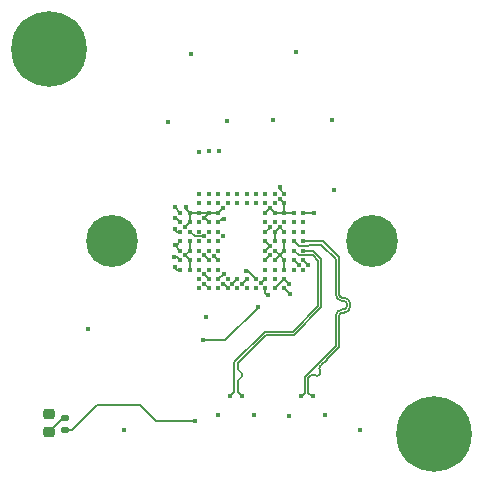
<source format=gbr>
%TF.GenerationSoftware,KiCad,Pcbnew,8.0.9*%
%TF.CreationDate,2025-03-13T22:53:30+08:00*%
%TF.ProjectId,Raspberry_pi_IMX662,52617370-6265-4727-9279-5f70695f494d,rev?*%
%TF.SameCoordinates,Original*%
%TF.FileFunction,Copper,L4,Bot*%
%TF.FilePolarity,Positive*%
%FSLAX46Y46*%
G04 Gerber Fmt 4.6, Leading zero omitted, Abs format (unit mm)*
G04 Created by KiCad (PCBNEW 8.0.9) date 2025-03-13 22:53:30*
%MOMM*%
%LPD*%
G01*
G04 APERTURE LIST*
G04 Aperture macros list*
%AMRoundRect*
0 Rectangle with rounded corners*
0 $1 Rounding radius*
0 $2 $3 $4 $5 $6 $7 $8 $9 X,Y pos of 4 corners*
0 Add a 4 corners polygon primitive as box body*
4,1,4,$2,$3,$4,$5,$6,$7,$8,$9,$2,$3,0*
0 Add four circle primitives for the rounded corners*
1,1,$1+$1,$2,$3*
1,1,$1+$1,$4,$5*
1,1,$1+$1,$6,$7*
1,1,$1+$1,$8,$9*
0 Add four rect primitives between the rounded corners*
20,1,$1+$1,$2,$3,$4,$5,0*
20,1,$1+$1,$4,$5,$6,$7,0*
20,1,$1+$1,$6,$7,$8,$9,0*
20,1,$1+$1,$8,$9,$2,$3,0*%
G04 Aperture macros list end*
%TA.AperFunction,ComponentPad*%
%ADD10C,6.400000*%
%TD*%
%TA.AperFunction,ComponentPad*%
%ADD11C,4.400000*%
%TD*%
%TA.AperFunction,SMDPad,CuDef*%
%ADD12RoundRect,0.135000X-0.185000X0.135000X-0.185000X-0.135000X0.185000X-0.135000X0.185000X0.135000X0*%
%TD*%
%TA.AperFunction,SMDPad,CuDef*%
%ADD13RoundRect,0.218750X-0.256250X0.218750X-0.256250X-0.218750X0.256250X-0.218750X0.256250X0.218750X0*%
%TD*%
%TA.AperFunction,SMDPad,CuDef*%
%ADD14C,0.400000*%
%TD*%
%TA.AperFunction,ViaPad*%
%ADD15C,0.450000*%
%TD*%
%TA.AperFunction,Conductor*%
%ADD16C,0.200000*%
%TD*%
%TA.AperFunction,Conductor*%
%ADD17C,0.156000*%
%TD*%
%TA.AperFunction,Conductor*%
%ADD18C,0.127000*%
%TD*%
G04 APERTURE END LIST*
D10*
%TO.P,H6,1,1*%
%TO.N,unconnected-(H6-Pad1)*%
X154900000Y-117350000D03*
%TD*%
D11*
%TO.P,H2,1,1*%
%TO.N,GND*%
X127600000Y-101050000D03*
%TD*%
%TO.P,H1,1,1*%
%TO.N,GND*%
X149600000Y-101050000D03*
%TD*%
D10*
%TO.P,H5,1,1*%
%TO.N,GND*%
X122300000Y-84750000D03*
%TD*%
D12*
%TO.P,R6,1*%
%TO.N,Net-(D1-A)*%
X123600000Y-115990000D03*
%TO.P,R6,2*%
%TO.N,LED*%
X123600000Y-117010000D03*
%TD*%
D13*
%TO.P,D1,1,K*%
%TO.N,GND*%
X122250000Y-115660000D03*
%TO.P,D1,2,A*%
%TO.N,Net-(D1-A)*%
X122250000Y-117235000D03*
%TD*%
D14*
%TO.P,U1,A3,VRHT*%
%TO.N,Net-(U1C-VRHT)*%
X133400000Y-98650000D03*
%TO.P,U1,A4,VDDHCM*%
%TO.N,3V3*%
X133400000Y-99450000D03*
%TO.P,U1,A5,VRLFR*%
%TO.N,Net-(U1C-VRLFR)*%
X133400000Y-100250000D03*
%TO.P,U1,A6,VDDHPX*%
%TO.N,3V3*%
X133400000Y-101050000D03*
%TO.P,U1,A7,VDDHCP*%
X133400000Y-101850000D03*
%TO.P,U1,A8,VDDHPX*%
X133400000Y-102650000D03*
%TO.P,U1,A9,VDDHDA*%
X133400000Y-103450000D03*
%TO.P,U1,B3,VSSHPX*%
%TO.N,GND*%
X134200000Y-98650000D03*
%TO.P,U1,B4,VSSHPX*%
X134200000Y-99450000D03*
%TO.P,U1,B5,VRLST*%
%TO.N,Net-(U1C-VRLST)*%
X134200000Y-100250000D03*
%TO.P,U1,B6,VSSHPX*%
%TO.N,GND*%
X134200000Y-101050000D03*
%TO.P,U1,B7,VSSHCP*%
X134200000Y-101850000D03*
%TO.P,U1,B8,VSSHPX*%
X134200000Y-102650000D03*
%TO.P,U1,B9,VSSHDA*%
X134200000Y-103450000D03*
%TO.P,U1,C1*%
%TO.N,N/C*%
X135000000Y-97050000D03*
%TO.P,U1,C2*%
X135000000Y-97850000D03*
%TO.P,U1,C3,VSSLSC*%
%TO.N,GND*%
X135000000Y-98650000D03*
%TO.P,U1,C4*%
%TO.N,N/C*%
X135000000Y-99450000D03*
%TO.P,U1,C5*%
X135000000Y-100250000D03*
%TO.P,U1,C6*%
X135000000Y-101050000D03*
%TO.P,U1,C7*%
X135000000Y-101850000D03*
%TO.P,U1,C8*%
X135000000Y-102650000D03*
%TO.P,U1,C9*%
X135000000Y-103450000D03*
%TO.P,U1,C10,TVMON*%
%TO.N,unconnected-(U1C-TVMON-PadC10)*%
X135000000Y-104250000D03*
%TO.P,U1,C11*%
%TO.N,N/C*%
X135000000Y-105050000D03*
%TO.P,U1,D1*%
X135800000Y-97050000D03*
%TO.P,U1,D2*%
X135800000Y-97850000D03*
%TO.P,U1,D3,VSSLSC*%
%TO.N,GND*%
X135800000Y-98650000D03*
%TO.P,U1,D4,VSSLSC*%
X135800000Y-99450000D03*
%TO.P,U1,D5*%
%TO.N,N/C*%
X135800000Y-100250000D03*
%TO.P,U1,D6*%
X135800000Y-101050000D03*
%TO.P,U1,D7*%
X135800000Y-101850000D03*
%TO.P,U1,D8,VSSLSC*%
%TO.N,GND*%
X135800000Y-102650000D03*
%TO.P,U1,D9*%
%TO.N,N/C*%
X135800000Y-103450000D03*
%TO.P,U1,D10,VSSLCN*%
%TO.N,GND*%
X135800000Y-104250000D03*
%TO.P,U1,D11,VDDLCN*%
%TO.N,1V2*%
X135800000Y-105050000D03*
%TO.P,U1,E1*%
%TO.N,N/C*%
X136600000Y-97050000D03*
%TO.P,U1,E2*%
X136600000Y-97850000D03*
%TO.P,U1,E3,VSSLSC*%
%TO.N,GND*%
X136600000Y-98650000D03*
%TO.P,U1,E4,VDDLSC*%
%TO.N,1V2*%
X136600000Y-99450000D03*
%TO.P,U1,E5*%
%TO.N,N/C*%
X136600000Y-100250000D03*
%TO.P,U1,E6*%
X136600000Y-101050000D03*
%TO.P,U1,E7*%
X136600000Y-101850000D03*
%TO.P,U1,E8,VDDLSC*%
%TO.N,1V2*%
X136600000Y-102650000D03*
%TO.P,U1,E9*%
%TO.N,N/C*%
X136600000Y-103450000D03*
%TO.P,U1,E10,VSSLSC*%
%TO.N,GND*%
X136600000Y-104250000D03*
%TO.P,U1,E11,TENABLE*%
%TO.N,unconnected-(U1C-TENABLE-PadE11)*%
X136600000Y-105050000D03*
%TO.P,U1,F1*%
%TO.N,N/C*%
X137400000Y-97050000D03*
%TO.P,U1,F2*%
X137400000Y-97850000D03*
%TO.P,U1,F10,TOUT1*%
%TO.N,unconnected-(U1C-TOUT1-PadF10)*%
X137400000Y-104250000D03*
%TO.P,U1,F11,XMASTER*%
%TO.N,Net-(U1C-XMASTER)*%
X137400000Y-105050000D03*
%TO.P,U1,G1*%
%TO.N,N/C*%
X138200000Y-97050000D03*
%TO.P,U1,G2*%
X138200000Y-97850000D03*
%TO.P,U1,G10,SCL*%
%TO.N,SCL_1V8*%
X138200000Y-104250000D03*
%TO.P,U1,G11*%
%TO.N,N/C*%
X138200000Y-105050000D03*
%TO.P,U1,H1*%
X139000000Y-97050000D03*
%TO.P,U1,H2*%
X139000000Y-97850000D03*
%TO.P,U1,H10,SDA*%
%TO.N,SDA_1V8*%
X139000000Y-104250000D03*
%TO.P,U1,H11,XVS*%
%TO.N,unconnected-(U1C-XVS-PadH11)*%
X139000000Y-105050000D03*
%TO.P,U1,J1*%
%TO.N,N/C*%
X139800000Y-97050000D03*
%TO.P,U1,J2*%
X139800000Y-97850000D03*
%TO.P,U1,J10,SLAMODE1*%
%TO.N,Net-(U1C-SLAMODE1)*%
X139800000Y-104250000D03*
%TO.P,U1,J11,TOUT0*%
%TO.N,unconnected-(U1C-TOUT0-PadJ11)*%
X139800000Y-105050000D03*
%TO.P,U1,K1*%
%TO.N,N/C*%
X140600000Y-97050000D03*
%TO.P,U1,K2*%
X140600000Y-97850000D03*
%TO.P,U1,K3,VSSLSC*%
%TO.N,GND*%
X140600000Y-98650000D03*
%TO.P,U1,K4*%
%TO.N,N/C*%
X140600000Y-99450000D03*
%TO.P,U1,K5,VDDLSC*%
%TO.N,1V2*%
X140600000Y-100250000D03*
%TO.P,U1,K6,VDDLIF*%
X140600000Y-101050000D03*
%TO.P,U1,K7,VDDLIF*%
X140600000Y-101850000D03*
%TO.P,U1,K8,VDDLSC*%
X140600000Y-102650000D03*
%TO.P,U1,K9*%
%TO.N,N/C*%
X140600000Y-103450000D03*
%TO.P,U1,K10,XCLR*%
%TO.N,Net-(U1C-XCLR)*%
X140600000Y-104250000D03*
%TO.P,U1,K11,SLAMODE0*%
%TO.N,Net-(U1C-SLAMODE0)*%
X140600000Y-105050000D03*
%TO.P,U1,L1*%
%TO.N,N/C*%
X141400000Y-97050000D03*
%TO.P,U1,L2*%
X141400000Y-97850000D03*
%TO.P,U1,L3,VSSLSC*%
%TO.N,GND*%
X141400000Y-98650000D03*
%TO.P,U1,L4*%
%TO.N,N/C*%
X141400000Y-99450000D03*
%TO.P,U1,L5,VSSLSC*%
%TO.N,GND*%
X141400000Y-100250000D03*
%TO.P,U1,L6,VSSLSC*%
X141400000Y-101050000D03*
%TO.P,U1,L7,VSSLSC*%
X141400000Y-101850000D03*
%TO.P,U1,L8,VSSLSC*%
X141400000Y-102650000D03*
%TO.P,U1,L9*%
%TO.N,N/C*%
X141400000Y-103450000D03*
%TO.P,U1,L10,XHS*%
%TO.N,unconnected-(U1C-XHS-PadL10)*%
X141400000Y-104250000D03*
%TO.P,U1,L11,VSSLSC*%
%TO.N,GND*%
X141400000Y-105050000D03*
%TO.P,U1,M1,VDDMIF*%
%TO.N,1V8*%
X142200000Y-97050000D03*
%TO.P,U1,M2,VSSLSC*%
%TO.N,GND*%
X142200000Y-97850000D03*
%TO.P,U1,M3,VSSLPL1*%
X142200000Y-98650000D03*
%TO.P,U1,M4*%
%TO.N,N/C*%
X142200000Y-99450000D03*
%TO.P,U1,M5,VSSLSC*%
%TO.N,GND*%
X142200000Y-100250000D03*
%TO.P,U1,M6,VSSLSC*%
X142200000Y-101050000D03*
%TO.P,U1,M7,VSSLSC*%
X142200000Y-101850000D03*
%TO.P,U1,M8,VSSLSC*%
X142200000Y-102650000D03*
%TO.P,U1,M9,VSSLSC*%
X142200000Y-103450000D03*
%TO.P,U1,M10,VSSLCN*%
X142200000Y-104250000D03*
%TO.P,U1,M11,VDDLCN*%
%TO.N,1V2*%
X142200000Y-105050000D03*
%TO.P,U1,N3,VSSLPL2*%
%TO.N,GND*%
X143000000Y-98650000D03*
%TO.P,U1,N4*%
%TO.N,N/C*%
X143000000Y-99450000D03*
%TO.P,U1,N5,DMO3P*%
%TO.N,unconnected-(U1B-DMO3P-PadN5)*%
X143000000Y-100250000D03*
%TO.P,U1,N6,DMO1P*%
%TO.N,DMO1P*%
X143000000Y-101050000D03*
%TO.P,U1,N7,DCKP*%
%TO.N,DCKP*%
X143000000Y-101850000D03*
%TO.P,U1,N8,DMO2P*%
%TO.N,DMO2P*%
X143000000Y-102650000D03*
%TO.P,U1,N9,DMO4P*%
%TO.N,unconnected-(U1B-DMO4P-PadN9)*%
X143000000Y-103450000D03*
%TO.P,U1,P3,INCK*%
%TO.N,Net-(U1C-INCK)*%
X143800000Y-98650000D03*
%TO.P,U1,P4*%
%TO.N,N/C*%
X143800000Y-99450000D03*
%TO.P,U1,P5,DMO3N*%
%TO.N,unconnected-(U1B-DMO3N-PadP5)*%
X143800000Y-100250000D03*
%TO.P,U1,P6,DMO1N*%
%TO.N,DMO1N*%
X143800000Y-101050000D03*
%TO.P,U1,P7,DCKN*%
%TO.N,DCKN*%
X143800000Y-101850000D03*
%TO.P,U1,P8,DMO2N*%
%TO.N,DMO2N*%
X143800000Y-102650000D03*
%TO.P,U1,P9,DMO4N*%
%TO.N,unconnected-(U1B-DMO4N-PadP9)*%
X143800000Y-103450000D03*
%TD*%
D15*
%TO.N,GND*%
X139600000Y-115800000D03*
X141800000Y-102250000D03*
X142600000Y-115850000D03*
X136975000Y-100650000D03*
X143174999Y-85021823D03*
X132325000Y-90950000D03*
X137375000Y-90900000D03*
X145600000Y-115800000D03*
X135387940Y-102241926D03*
X146275000Y-90800000D03*
X141000000Y-98250000D03*
X141806261Y-97444669D03*
X125575000Y-108450000D03*
X133803990Y-99854653D03*
X146400000Y-96750000D03*
X135550000Y-107500000D03*
X141800000Y-99850000D03*
X141225000Y-90800000D03*
X142600000Y-104650000D03*
X135406169Y-99054082D03*
X136600000Y-115750000D03*
X148590000Y-117000000D03*
X137000000Y-98250000D03*
X122250000Y-115660000D03*
X134337500Y-85162500D03*
X128610000Y-117000000D03*
X135400000Y-103850000D03*
X133850000Y-98150000D03*
X133800000Y-102250000D03*
X137050000Y-103800000D03*
%TO.N,1V2*%
X136700000Y-93450000D03*
X142700000Y-105550000D03*
X135800000Y-93450000D03*
X140987202Y-99847158D03*
X137100000Y-99150000D03*
X136250000Y-102300000D03*
X140999999Y-101449661D03*
X141000000Y-102250000D03*
X135404082Y-104661131D03*
X134950000Y-93500000D03*
%TO.N,1V8*%
X141800000Y-96500000D03*
%TO.N,3V3*%
X132900000Y-103250000D03*
X132850000Y-102350000D03*
X132900000Y-99100000D03*
X132900000Y-101350000D03*
%TO.N,Net-(U1C-VRLST)*%
X135400000Y-100650000D03*
%TO.N,Net-(U1C-VRLFR)*%
X132900000Y-100050000D03*
%TO.N,Net-(U1C-VRHT)*%
X132900000Y-98150000D03*
%TO.N,Net-(U1C-XMASTER)*%
X136996671Y-104646227D03*
%TO.N,Net-(U1C-SLAMODE1)*%
X138960000Y-103600000D03*
%TO.N,Net-(U1C-SLAMODE0)*%
X140850000Y-105650000D03*
%TO.N,SCL_1V8*%
X137795311Y-104654780D03*
%TO.N,DMO2N*%
X144200000Y-103050000D03*
%TO.N,XCLR_1V8*%
X135350000Y-109450000D03*
X139950000Y-106610000D03*
%TO.N,DMO1P*%
X143600000Y-114200000D03*
%TO.N,Net-(U1C-INCK)*%
X144750000Y-98650000D03*
%TO.N,DCKN*%
X138600000Y-114200000D03*
%TO.N,DCKP*%
X137600000Y-114200000D03*
%TO.N,DMO2P*%
X143400000Y-103050000D03*
%TO.N,DMO1N*%
X144600000Y-114200000D03*
%TO.N,SDA_1V8*%
X138600000Y-104650000D03*
%TO.N,LED*%
X134600000Y-116300000D03*
%TO.N,Net-(U1C-XCLR)*%
X140250000Y-104600000D03*
%TD*%
D16*
%TO.N,GND*%
X141400000Y-100250000D02*
X141800000Y-99850000D01*
X134200000Y-101050000D02*
X134200000Y-101850000D01*
D17*
X135400000Y-103850000D02*
X135800000Y-104250000D01*
X134200000Y-98650000D02*
X136600000Y-98650000D01*
D16*
X141400000Y-105050000D02*
X142200000Y-104250000D01*
X142200000Y-101850000D02*
X141800000Y-102250000D01*
X142200000Y-100250000D02*
X141800000Y-99850000D01*
X135800000Y-102650000D02*
X135450000Y-102300000D01*
X142200000Y-103450000D02*
X142200000Y-102650000D01*
D17*
X135450000Y-99100000D02*
X135450000Y-99000000D01*
D16*
X142200000Y-97850000D02*
X142200000Y-98650000D01*
X142200000Y-101050000D02*
X142200000Y-101850000D01*
X142200000Y-97850000D02*
X141850000Y-97500000D01*
X134200000Y-103450000D02*
X134200000Y-102650000D01*
X142200000Y-102650000D02*
X141800000Y-102250000D01*
X141400000Y-102650000D02*
X141800000Y-102250000D01*
X141400000Y-98650000D02*
X141000000Y-98250000D01*
X141400000Y-101050000D02*
X141400000Y-100250000D01*
D17*
X134200000Y-98650000D02*
X134200000Y-99450000D01*
X135450000Y-99000000D02*
X135800000Y-98650000D01*
X134200000Y-99450000D02*
X133800000Y-99850000D01*
D16*
X136600000Y-98650000D02*
X137000000Y-98250000D01*
X134200000Y-102650000D02*
X133800000Y-102250000D01*
D17*
X133850000Y-98300000D02*
X133850000Y-98150000D01*
X136600000Y-104250000D02*
X137050000Y-103800000D01*
D16*
X133800000Y-102250000D02*
X134200000Y-101850000D01*
D17*
X134200000Y-98650000D02*
X133850000Y-98300000D01*
D16*
X141400000Y-101850000D02*
X141800000Y-102250000D01*
X141400000Y-98650000D02*
X143000000Y-98650000D01*
X140600000Y-98650000D02*
X141000000Y-98250000D01*
X135450000Y-102300000D02*
X135400000Y-102300000D01*
X142200000Y-104250000D02*
X142600000Y-104650000D01*
D17*
X135800000Y-99450000D02*
X135450000Y-99100000D01*
%TO.N,1V2*%
X135404082Y-104661131D02*
X135411131Y-104661131D01*
D16*
X140600000Y-102650000D02*
X141000000Y-102250000D01*
X140600000Y-101850000D02*
X140600000Y-101849660D01*
X136900000Y-99150000D02*
X137100000Y-99150000D01*
X140600000Y-101050000D02*
X140600338Y-101050000D01*
D17*
X136600000Y-102650000D02*
X136250000Y-102300000D01*
D16*
X140600000Y-101849660D02*
X140999999Y-101449661D01*
X142200000Y-105050000D02*
X142700000Y-105550000D01*
X140600338Y-101050000D02*
X140999999Y-101449661D01*
D17*
X140600000Y-100250000D02*
X140950000Y-99900000D01*
X135411131Y-104661131D02*
X135800000Y-105050000D01*
D16*
X136600000Y-99450000D02*
X136900000Y-99150000D01*
%TO.N,1V8*%
X141800000Y-96650000D02*
X141800000Y-96500000D01*
X142200000Y-97050000D02*
X141800000Y-96650000D01*
%TO.N,3V3*%
X133100000Y-101350000D02*
X132900000Y-101350000D01*
X133400000Y-101850000D02*
X132900000Y-101350000D01*
X133050000Y-99100000D02*
X132900000Y-99100000D01*
X133400000Y-101050000D02*
X133100000Y-101350000D01*
X133400000Y-99450000D02*
X133050000Y-99100000D01*
X133100000Y-103450000D02*
X132900000Y-103250000D01*
X133100000Y-102350000D02*
X132850000Y-102350000D01*
X133400000Y-102650000D02*
X133100000Y-102350000D01*
X133400000Y-103450000D02*
X133100000Y-103450000D01*
D17*
%TO.N,Net-(U1C-VRLST)*%
X135398000Y-100648000D02*
X135400000Y-100650000D01*
X134200000Y-100250000D02*
X134598000Y-100648000D01*
X134598000Y-100648000D02*
X135398000Y-100648000D01*
D16*
%TO.N,Net-(U1C-VRLFR)*%
X133100000Y-100250000D02*
X132900000Y-100050000D01*
X133400000Y-100250000D02*
X133100000Y-100250000D01*
%TO.N,Net-(U1C-VRHT)*%
X133400000Y-98650000D02*
X132900000Y-98150000D01*
D17*
%TO.N,Net-(U1C-XMASTER)*%
X137400000Y-105050000D02*
X137050000Y-104700000D01*
X137050000Y-104700000D02*
X137000000Y-104700000D01*
D16*
%TO.N,Net-(U1C-SLAMODE1)*%
X138960000Y-103600000D02*
X139150000Y-103600000D01*
X139150000Y-103600000D02*
X139800000Y-104250000D01*
%TO.N,Net-(U1C-SLAMODE0)*%
X140600000Y-105400000D02*
X140850000Y-105650000D01*
X140600000Y-105050000D02*
X140600000Y-105400000D01*
D17*
%TO.N,SCL_1V8*%
X138200000Y-104250000D02*
X137850000Y-104600000D01*
X137850000Y-104600000D02*
X137800000Y-104600000D01*
%TO.N,DMO2N*%
X143800000Y-102650000D02*
X144200000Y-103050000D01*
%TO.N,XCLR_1V8*%
X135350000Y-109450000D02*
X137200000Y-109450000D01*
X137200000Y-109450000D02*
X139950000Y-106700000D01*
X139950000Y-106700000D02*
X139950000Y-106610000D01*
D18*
%TO.N,DMO1P*%
X143960300Y-113925000D02*
X143685300Y-114200000D01*
X145331928Y-101350000D02*
X146560300Y-102578372D01*
X143000000Y-101050000D02*
X143400000Y-101450000D01*
X143685300Y-114200000D02*
X143600000Y-114200000D01*
X147239700Y-106831633D02*
X147100000Y-106831633D01*
X147100000Y-106111033D02*
X147239700Y-106111033D01*
X146560300Y-109917134D02*
X143960300Y-112517134D01*
X146560300Y-102578372D02*
X146560300Y-105571333D01*
X144300000Y-101350000D02*
X145331928Y-101350000D01*
X144200000Y-101450000D02*
X144300000Y-101350000D01*
X143960300Y-112517134D02*
X143960300Y-113925000D01*
X143400000Y-101450000D02*
X144200000Y-101450000D01*
X146560300Y-107371333D02*
X146560300Y-109917134D01*
X147500000Y-106371333D02*
X147500000Y-106571333D01*
X146560300Y-105571333D02*
G75*
G03*
X147100000Y-106111000I539700J33D01*
G01*
X147500000Y-106571333D02*
G75*
G02*
X147239700Y-106831600I-260300J33D01*
G01*
X147100000Y-106831633D02*
G75*
G03*
X146560333Y-107371333I0J-539667D01*
G01*
X147239700Y-106111033D02*
G75*
G02*
X147499967Y-106371333I0J-260267D01*
G01*
D16*
%TO.N,Net-(U1C-INCK)*%
X143800000Y-98650000D02*
X144750000Y-98650000D01*
D18*
%TO.N,DCKN*%
X138239700Y-111407866D02*
X138239700Y-111905619D01*
X144597566Y-101850000D02*
X145339700Y-102592134D01*
X138239700Y-112855619D02*
X138239700Y-113533598D01*
X143800000Y-101850000D02*
X144597566Y-101850000D01*
X138239700Y-113839700D02*
X138600000Y-114200000D01*
X138239700Y-113533598D02*
X138239700Y-113750000D01*
X138589700Y-112255619D02*
X138589700Y-112505619D01*
X143010300Y-108989700D02*
X140657866Y-108989700D01*
X140657866Y-108989700D02*
X138239700Y-111407866D01*
X145339700Y-106660300D02*
X143010300Y-108989700D01*
X138239700Y-113750000D02*
X138239700Y-113839700D01*
X138239700Y-113750000D02*
X138239700Y-113800000D01*
X145339700Y-102592134D02*
X145339700Y-106660300D01*
X138239700Y-111905619D02*
G75*
G03*
X138414700Y-112080600I175000J19D01*
G01*
X138414700Y-112080619D02*
G75*
G02*
X138589681Y-112255619I0J-174981D01*
G01*
X138414700Y-112680619D02*
G75*
G03*
X138239719Y-112855619I0J-174981D01*
G01*
X138589700Y-112505619D02*
G75*
G02*
X138414700Y-112680600I-175000J19D01*
G01*
%TO.N,DCKP*%
X137960300Y-111292134D02*
X140542134Y-108710300D01*
X143400000Y-102250000D02*
X143000000Y-101850000D01*
X137600000Y-114200000D02*
X137960300Y-113839700D01*
X145060300Y-106539700D02*
X145060300Y-102707866D01*
X142889700Y-108710300D02*
X145060300Y-106539700D01*
X144602434Y-102250000D02*
X143400000Y-102250000D01*
X145060300Y-102707866D02*
X144602434Y-102250000D01*
X137960300Y-113839700D02*
X137960300Y-111292134D01*
X140542134Y-108710300D02*
X142889700Y-108710300D01*
D17*
%TO.N,DMO2P*%
X143000000Y-102650000D02*
X143400000Y-103050000D01*
D18*
%TO.N,DMO1N*%
X144600000Y-114200000D02*
X144514700Y-114200000D01*
X144514700Y-114200000D02*
X144239700Y-113925000D01*
X145212589Y-111659974D02*
X145325728Y-111546837D01*
X145099452Y-112395366D02*
X145212589Y-112282228D01*
X144239700Y-112632866D02*
X144477200Y-112395366D01*
X143800000Y-101050000D02*
X145468072Y-101050000D01*
X147779400Y-106371333D02*
X147779400Y-106571333D01*
X145785348Y-111087218D02*
X145822948Y-111049618D01*
X147239700Y-107111033D02*
X147100000Y-107111033D01*
X146839700Y-102421628D02*
X146839700Y-105571333D01*
X147100000Y-105831633D02*
X147239700Y-105831633D01*
X145325728Y-111546837D02*
X145785348Y-111087218D01*
X144239700Y-113925000D02*
X144239700Y-112632866D01*
X146839700Y-110032866D02*
X145822948Y-111049618D01*
X146839700Y-107371333D02*
X146839700Y-110032866D01*
X145468072Y-101050000D02*
X146839700Y-102421628D01*
X144788326Y-112395366D02*
G75*
G03*
X145099452Y-112395366I155563J155564D01*
G01*
X145212589Y-112282228D02*
G75*
G03*
X145212554Y-111971136I-155589J155528D01*
G01*
X144477200Y-112395366D02*
G75*
G02*
X144788326Y-112395366I155563J-155564D01*
G01*
X146839700Y-105571333D02*
G75*
G03*
X147100000Y-105831600I260300J33D01*
G01*
X147239700Y-105831633D02*
G75*
G02*
X147779367Y-106371333I0J-539667D01*
G01*
X145212589Y-111971101D02*
G75*
G02*
X145212551Y-111659937I155611J155601D01*
G01*
X147779400Y-106571333D02*
G75*
G02*
X147239700Y-107111000I-539700J33D01*
G01*
X147100000Y-107111033D02*
G75*
G03*
X146839733Y-107371333I0J-260267D01*
G01*
D17*
%TO.N,SDA_1V8*%
X139000000Y-104250000D02*
X138600000Y-104650000D01*
%TO.N,Net-(D1-A)*%
X123600000Y-115990000D02*
X123495000Y-115990000D01*
X123495000Y-115990000D02*
X122250000Y-117235000D01*
%TO.N,LED*%
X123600000Y-117010000D02*
X124190000Y-117010000D01*
X126300000Y-114900000D02*
X129950000Y-114900000D01*
X124190000Y-117010000D02*
X126300000Y-114900000D01*
X129950000Y-114900000D02*
X131350000Y-116300000D01*
X131350000Y-116300000D02*
X134600000Y-116300000D01*
D16*
%TO.N,Net-(U1C-XCLR)*%
X140600000Y-104250000D02*
X140250000Y-104600000D01*
%TD*%
M02*

</source>
